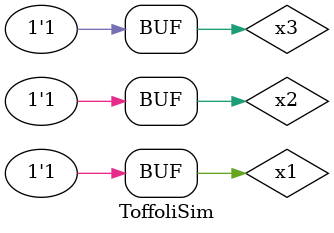
<source format=v>
`timescale 1ns / 1ps


module ToffoliSim(

    );
    reg x1, x2, x3;
    wire y1, y2, y3;
    Toffoli uut (x1, x2, x3, y1, y2, y3);
    initial 
    begin
        x1=0; x2=0; x3=0; #100;
        x1=0; x2=0; x3=1; #100;
        x1=0; x2=1; x3=0; #100;
        x1=0; x2=1; x3=1; #100;
        x1=1; x2=0; x3=0; #100;
        x1=1; x2=0; x3=1; #100;
        x1=1; x2=1; x3=0; #100;
        x1=1; x2=1; x3=1; #100;
    end
endmodule

</source>
